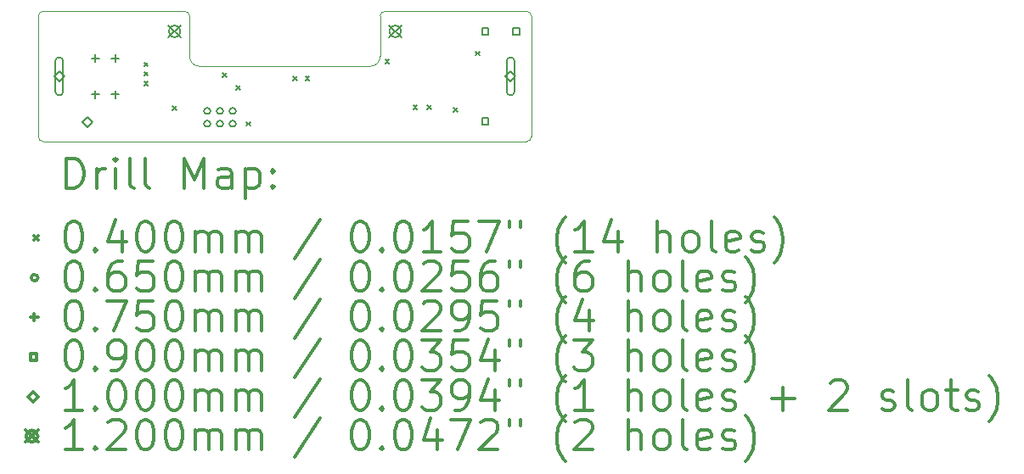
<source format=gbr>
%FSLAX45Y45*%
G04 Gerber Fmt 4.5, Leading zero omitted, Abs format (unit mm)*
G04 Created by KiCad (PCBNEW (5.1.10-1-10_14)) date 2021-11-16 21:19:21*
%MOMM*%
%LPD*%
G01*
G04 APERTURE LIST*
%TA.AperFunction,Profile*%
%ADD10C,0.050000*%
%TD*%
%ADD11C,0.200000*%
%ADD12C,0.300000*%
G04 APERTURE END LIST*
D10*
X1990000Y-2000000D02*
G75*
G02*
X2040000Y-1950000I50000J0D01*
G01*
X2040000Y-3250000D02*
G75*
G02*
X1990000Y-3200000I0J50000D01*
G01*
X6910000Y-3200000D02*
G75*
G02*
X6860000Y-3250000I-50000J0D01*
G01*
X6860000Y-1950000D02*
G75*
G02*
X6910000Y-2000000I0J-50000D01*
G01*
X5400000Y-2000000D02*
G75*
G02*
X5450000Y-1950000I50000J0D01*
G01*
X3450000Y-1950000D02*
G75*
G02*
X3500000Y-2000000I0J-50000D01*
G01*
X5400000Y-2400000D02*
G75*
G02*
X5300000Y-2500000I-100000J0D01*
G01*
X3600000Y-2500000D02*
G75*
G02*
X3500000Y-2400000I0J100000D01*
G01*
X5400000Y-2000000D02*
X5400000Y-2400000D01*
X5300000Y-2500000D02*
X3600000Y-2500000D01*
X3500000Y-2400000D02*
X3500000Y-2000000D01*
X6860000Y-1950000D02*
X5450000Y-1950000D01*
X3450000Y-1950000D02*
X2040000Y-1950000D01*
X6910000Y-3200000D02*
X6910000Y-2000000D01*
X2040000Y-3250000D02*
X6860000Y-3250000D01*
X1990000Y-2000000D02*
X1990000Y-3200000D01*
D11*
X3045000Y-2650000D02*
X3085000Y-2690000D01*
X3085000Y-2650000D02*
X3045000Y-2690000D01*
X3045003Y-2459996D02*
X3085003Y-2499996D01*
X3085003Y-2459996D02*
X3045003Y-2499996D01*
X3045003Y-2554999D02*
X3085003Y-2594999D01*
X3085003Y-2554999D02*
X3045003Y-2594999D01*
X3330000Y-2900001D02*
X3370000Y-2940001D01*
X3370000Y-2900001D02*
X3330000Y-2940001D01*
X3830000Y-2565000D02*
X3870000Y-2605000D01*
X3870000Y-2565000D02*
X3830000Y-2605000D01*
X3965000Y-2695000D02*
X4005000Y-2735000D01*
X4005000Y-2695000D02*
X3965000Y-2735000D01*
X4064001Y-3054468D02*
X4104001Y-3094468D01*
X4104001Y-3054468D02*
X4064001Y-3094468D01*
X4530173Y-2599827D02*
X4570173Y-2639827D01*
X4570173Y-2599827D02*
X4530173Y-2639827D01*
X4655000Y-2600001D02*
X4695000Y-2640001D01*
X4695000Y-2600001D02*
X4655000Y-2640001D01*
X5450000Y-2429999D02*
X5490000Y-2469999D01*
X5490000Y-2429999D02*
X5450000Y-2469999D01*
X5730000Y-2890000D02*
X5770000Y-2930000D01*
X5770000Y-2890000D02*
X5730000Y-2930000D01*
X5870000Y-2890000D02*
X5910000Y-2930000D01*
X5910000Y-2890000D02*
X5870000Y-2930000D01*
X6130000Y-2915000D02*
X6170000Y-2955000D01*
X6170000Y-2915000D02*
X6130000Y-2955000D01*
X6350000Y-2350000D02*
X6390000Y-2390000D01*
X6390000Y-2350000D02*
X6350000Y-2390000D01*
X3707500Y-2945000D02*
G75*
G03*
X3707500Y-2945000I-32500J0D01*
G01*
X3707500Y-3072000D02*
G75*
G03*
X3707500Y-3072000I-32500J0D01*
G01*
X3834500Y-2945000D02*
G75*
G03*
X3834500Y-2945000I-32500J0D01*
G01*
X3834500Y-3072000D02*
G75*
G03*
X3834500Y-3072000I-32500J0D01*
G01*
X3961500Y-2945000D02*
G75*
G03*
X3961500Y-2945000I-32500J0D01*
G01*
X3961500Y-3072000D02*
G75*
G03*
X3961500Y-3072000I-32500J0D01*
G01*
X2560000Y-2382500D02*
X2560000Y-2457500D01*
X2522500Y-2420000D02*
X2597500Y-2420000D01*
X2560000Y-2742500D02*
X2560000Y-2817500D01*
X2522500Y-2780000D02*
X2597500Y-2780000D01*
X2760000Y-2382500D02*
X2760000Y-2457500D01*
X2722500Y-2420000D02*
X2797500Y-2420000D01*
X2760000Y-2742500D02*
X2760000Y-2817500D01*
X2722500Y-2780000D02*
X2797500Y-2780000D01*
X6481820Y-2181820D02*
X6481820Y-2118180D01*
X6418180Y-2118180D01*
X6418180Y-2181820D01*
X6481820Y-2181820D01*
X6481820Y-3081820D02*
X6481820Y-3018180D01*
X6418180Y-3018180D01*
X6418180Y-3081820D01*
X6481820Y-3081820D01*
X6786820Y-2181820D02*
X6786820Y-2118180D01*
X6723180Y-2118180D01*
X6723180Y-2181820D01*
X6786820Y-2181820D01*
X2200000Y-2650000D02*
X2250000Y-2600000D01*
X2200000Y-2550000D01*
X2150000Y-2600000D01*
X2200000Y-2650000D01*
X2160000Y-2450000D02*
X2160000Y-2750000D01*
X2240000Y-2450000D02*
X2240000Y-2750000D01*
X2160000Y-2750000D02*
G75*
G03*
X2240000Y-2750000I40000J0D01*
G01*
X2240000Y-2450000D02*
G75*
G03*
X2160000Y-2450000I-40000J0D01*
G01*
X2480000Y-3110000D02*
X2530000Y-3060000D01*
X2480000Y-3010000D01*
X2430000Y-3060000D01*
X2480000Y-3110000D01*
X6700000Y-2650000D02*
X6750000Y-2600000D01*
X6700000Y-2550000D01*
X6650000Y-2600000D01*
X6700000Y-2650000D01*
X6660000Y-2450000D02*
X6660000Y-2750000D01*
X6740000Y-2450000D02*
X6740000Y-2750000D01*
X6660000Y-2750000D02*
G75*
G03*
X6740000Y-2750000I40000J0D01*
G01*
X6740000Y-2450000D02*
G75*
G03*
X6660000Y-2450000I-40000J0D01*
G01*
X3290000Y-2090000D02*
X3410000Y-2210000D01*
X3410000Y-2090000D02*
X3290000Y-2210000D01*
X3410000Y-2150000D02*
G75*
G03*
X3410000Y-2150000I-60000J0D01*
G01*
X5490000Y-2090000D02*
X5610000Y-2210000D01*
X5610000Y-2090000D02*
X5490000Y-2210000D01*
X5610000Y-2150000D02*
G75*
G03*
X5610000Y-2150000I-60000J0D01*
G01*
D12*
X2273928Y-3718214D02*
X2273928Y-3418214D01*
X2345357Y-3418214D01*
X2388214Y-3432500D01*
X2416786Y-3461071D01*
X2431071Y-3489643D01*
X2445357Y-3546786D01*
X2445357Y-3589643D01*
X2431071Y-3646786D01*
X2416786Y-3675357D01*
X2388214Y-3703929D01*
X2345357Y-3718214D01*
X2273928Y-3718214D01*
X2573928Y-3718214D02*
X2573928Y-3518214D01*
X2573928Y-3575357D02*
X2588214Y-3546786D01*
X2602500Y-3532500D01*
X2631071Y-3518214D01*
X2659643Y-3518214D01*
X2759643Y-3718214D02*
X2759643Y-3518214D01*
X2759643Y-3418214D02*
X2745357Y-3432500D01*
X2759643Y-3446786D01*
X2773928Y-3432500D01*
X2759643Y-3418214D01*
X2759643Y-3446786D01*
X2945357Y-3718214D02*
X2916786Y-3703929D01*
X2902500Y-3675357D01*
X2902500Y-3418214D01*
X3102500Y-3718214D02*
X3073928Y-3703929D01*
X3059643Y-3675357D01*
X3059643Y-3418214D01*
X3445357Y-3718214D02*
X3445357Y-3418214D01*
X3545357Y-3632500D01*
X3645357Y-3418214D01*
X3645357Y-3718214D01*
X3916786Y-3718214D02*
X3916786Y-3561071D01*
X3902500Y-3532500D01*
X3873928Y-3518214D01*
X3816786Y-3518214D01*
X3788214Y-3532500D01*
X3916786Y-3703929D02*
X3888214Y-3718214D01*
X3816786Y-3718214D01*
X3788214Y-3703929D01*
X3773928Y-3675357D01*
X3773928Y-3646786D01*
X3788214Y-3618214D01*
X3816786Y-3603929D01*
X3888214Y-3603929D01*
X3916786Y-3589643D01*
X4059643Y-3518214D02*
X4059643Y-3818214D01*
X4059643Y-3532500D02*
X4088214Y-3518214D01*
X4145357Y-3518214D01*
X4173928Y-3532500D01*
X4188214Y-3546786D01*
X4202500Y-3575357D01*
X4202500Y-3661071D01*
X4188214Y-3689643D01*
X4173928Y-3703929D01*
X4145357Y-3718214D01*
X4088214Y-3718214D01*
X4059643Y-3703929D01*
X4331071Y-3689643D02*
X4345357Y-3703929D01*
X4331071Y-3718214D01*
X4316786Y-3703929D01*
X4331071Y-3689643D01*
X4331071Y-3718214D01*
X4331071Y-3532500D02*
X4345357Y-3546786D01*
X4331071Y-3561071D01*
X4316786Y-3546786D01*
X4331071Y-3532500D01*
X4331071Y-3561071D01*
X1947500Y-4192500D02*
X1987500Y-4232500D01*
X1987500Y-4192500D02*
X1947500Y-4232500D01*
X2331071Y-4048214D02*
X2359643Y-4048214D01*
X2388214Y-4062500D01*
X2402500Y-4076786D01*
X2416786Y-4105357D01*
X2431071Y-4162500D01*
X2431071Y-4233929D01*
X2416786Y-4291072D01*
X2402500Y-4319643D01*
X2388214Y-4333929D01*
X2359643Y-4348214D01*
X2331071Y-4348214D01*
X2302500Y-4333929D01*
X2288214Y-4319643D01*
X2273928Y-4291072D01*
X2259643Y-4233929D01*
X2259643Y-4162500D01*
X2273928Y-4105357D01*
X2288214Y-4076786D01*
X2302500Y-4062500D01*
X2331071Y-4048214D01*
X2559643Y-4319643D02*
X2573928Y-4333929D01*
X2559643Y-4348214D01*
X2545357Y-4333929D01*
X2559643Y-4319643D01*
X2559643Y-4348214D01*
X2831071Y-4148214D02*
X2831071Y-4348214D01*
X2759643Y-4033929D02*
X2688214Y-4248214D01*
X2873928Y-4248214D01*
X3045357Y-4048214D02*
X3073928Y-4048214D01*
X3102500Y-4062500D01*
X3116786Y-4076786D01*
X3131071Y-4105357D01*
X3145357Y-4162500D01*
X3145357Y-4233929D01*
X3131071Y-4291072D01*
X3116786Y-4319643D01*
X3102500Y-4333929D01*
X3073928Y-4348214D01*
X3045357Y-4348214D01*
X3016786Y-4333929D01*
X3002500Y-4319643D01*
X2988214Y-4291072D01*
X2973928Y-4233929D01*
X2973928Y-4162500D01*
X2988214Y-4105357D01*
X3002500Y-4076786D01*
X3016786Y-4062500D01*
X3045357Y-4048214D01*
X3331071Y-4048214D02*
X3359643Y-4048214D01*
X3388214Y-4062500D01*
X3402500Y-4076786D01*
X3416786Y-4105357D01*
X3431071Y-4162500D01*
X3431071Y-4233929D01*
X3416786Y-4291072D01*
X3402500Y-4319643D01*
X3388214Y-4333929D01*
X3359643Y-4348214D01*
X3331071Y-4348214D01*
X3302500Y-4333929D01*
X3288214Y-4319643D01*
X3273928Y-4291072D01*
X3259643Y-4233929D01*
X3259643Y-4162500D01*
X3273928Y-4105357D01*
X3288214Y-4076786D01*
X3302500Y-4062500D01*
X3331071Y-4048214D01*
X3559643Y-4348214D02*
X3559643Y-4148214D01*
X3559643Y-4176786D02*
X3573928Y-4162500D01*
X3602500Y-4148214D01*
X3645357Y-4148214D01*
X3673928Y-4162500D01*
X3688214Y-4191071D01*
X3688214Y-4348214D01*
X3688214Y-4191071D02*
X3702500Y-4162500D01*
X3731071Y-4148214D01*
X3773928Y-4148214D01*
X3802500Y-4162500D01*
X3816786Y-4191071D01*
X3816786Y-4348214D01*
X3959643Y-4348214D02*
X3959643Y-4148214D01*
X3959643Y-4176786D02*
X3973928Y-4162500D01*
X4002500Y-4148214D01*
X4045357Y-4148214D01*
X4073928Y-4162500D01*
X4088214Y-4191071D01*
X4088214Y-4348214D01*
X4088214Y-4191071D02*
X4102500Y-4162500D01*
X4131071Y-4148214D01*
X4173928Y-4148214D01*
X4202500Y-4162500D01*
X4216786Y-4191071D01*
X4216786Y-4348214D01*
X4802500Y-4033929D02*
X4545357Y-4419643D01*
X5188214Y-4048214D02*
X5216786Y-4048214D01*
X5245357Y-4062500D01*
X5259643Y-4076786D01*
X5273928Y-4105357D01*
X5288214Y-4162500D01*
X5288214Y-4233929D01*
X5273928Y-4291072D01*
X5259643Y-4319643D01*
X5245357Y-4333929D01*
X5216786Y-4348214D01*
X5188214Y-4348214D01*
X5159643Y-4333929D01*
X5145357Y-4319643D01*
X5131071Y-4291072D01*
X5116786Y-4233929D01*
X5116786Y-4162500D01*
X5131071Y-4105357D01*
X5145357Y-4076786D01*
X5159643Y-4062500D01*
X5188214Y-4048214D01*
X5416786Y-4319643D02*
X5431071Y-4333929D01*
X5416786Y-4348214D01*
X5402500Y-4333929D01*
X5416786Y-4319643D01*
X5416786Y-4348214D01*
X5616786Y-4048214D02*
X5645357Y-4048214D01*
X5673928Y-4062500D01*
X5688214Y-4076786D01*
X5702500Y-4105357D01*
X5716786Y-4162500D01*
X5716786Y-4233929D01*
X5702500Y-4291072D01*
X5688214Y-4319643D01*
X5673928Y-4333929D01*
X5645357Y-4348214D01*
X5616786Y-4348214D01*
X5588214Y-4333929D01*
X5573928Y-4319643D01*
X5559643Y-4291072D01*
X5545357Y-4233929D01*
X5545357Y-4162500D01*
X5559643Y-4105357D01*
X5573928Y-4076786D01*
X5588214Y-4062500D01*
X5616786Y-4048214D01*
X6002500Y-4348214D02*
X5831071Y-4348214D01*
X5916786Y-4348214D02*
X5916786Y-4048214D01*
X5888214Y-4091071D01*
X5859643Y-4119643D01*
X5831071Y-4133929D01*
X6273928Y-4048214D02*
X6131071Y-4048214D01*
X6116786Y-4191071D01*
X6131071Y-4176786D01*
X6159643Y-4162500D01*
X6231071Y-4162500D01*
X6259643Y-4176786D01*
X6273928Y-4191071D01*
X6288214Y-4219643D01*
X6288214Y-4291072D01*
X6273928Y-4319643D01*
X6259643Y-4333929D01*
X6231071Y-4348214D01*
X6159643Y-4348214D01*
X6131071Y-4333929D01*
X6116786Y-4319643D01*
X6388214Y-4048214D02*
X6588214Y-4048214D01*
X6459643Y-4348214D01*
X6688214Y-4048214D02*
X6688214Y-4105357D01*
X6802500Y-4048214D02*
X6802500Y-4105357D01*
X7245357Y-4462500D02*
X7231071Y-4448214D01*
X7202500Y-4405357D01*
X7188214Y-4376786D01*
X7173928Y-4333929D01*
X7159643Y-4262500D01*
X7159643Y-4205357D01*
X7173928Y-4133929D01*
X7188214Y-4091071D01*
X7202500Y-4062500D01*
X7231071Y-4019643D01*
X7245357Y-4005357D01*
X7516786Y-4348214D02*
X7345357Y-4348214D01*
X7431071Y-4348214D02*
X7431071Y-4048214D01*
X7402500Y-4091071D01*
X7373928Y-4119643D01*
X7345357Y-4133929D01*
X7773928Y-4148214D02*
X7773928Y-4348214D01*
X7702500Y-4033929D02*
X7631071Y-4248214D01*
X7816786Y-4248214D01*
X8159643Y-4348214D02*
X8159643Y-4048214D01*
X8288214Y-4348214D02*
X8288214Y-4191071D01*
X8273928Y-4162500D01*
X8245357Y-4148214D01*
X8202500Y-4148214D01*
X8173928Y-4162500D01*
X8159643Y-4176786D01*
X8473928Y-4348214D02*
X8445357Y-4333929D01*
X8431071Y-4319643D01*
X8416786Y-4291072D01*
X8416786Y-4205357D01*
X8431071Y-4176786D01*
X8445357Y-4162500D01*
X8473928Y-4148214D01*
X8516786Y-4148214D01*
X8545357Y-4162500D01*
X8559643Y-4176786D01*
X8573928Y-4205357D01*
X8573928Y-4291072D01*
X8559643Y-4319643D01*
X8545357Y-4333929D01*
X8516786Y-4348214D01*
X8473928Y-4348214D01*
X8745357Y-4348214D02*
X8716786Y-4333929D01*
X8702500Y-4305357D01*
X8702500Y-4048214D01*
X8973928Y-4333929D02*
X8945357Y-4348214D01*
X8888214Y-4348214D01*
X8859643Y-4333929D01*
X8845357Y-4305357D01*
X8845357Y-4191071D01*
X8859643Y-4162500D01*
X8888214Y-4148214D01*
X8945357Y-4148214D01*
X8973928Y-4162500D01*
X8988214Y-4191071D01*
X8988214Y-4219643D01*
X8845357Y-4248214D01*
X9102500Y-4333929D02*
X9131071Y-4348214D01*
X9188214Y-4348214D01*
X9216786Y-4333929D01*
X9231071Y-4305357D01*
X9231071Y-4291072D01*
X9216786Y-4262500D01*
X9188214Y-4248214D01*
X9145357Y-4248214D01*
X9116786Y-4233929D01*
X9102500Y-4205357D01*
X9102500Y-4191071D01*
X9116786Y-4162500D01*
X9145357Y-4148214D01*
X9188214Y-4148214D01*
X9216786Y-4162500D01*
X9331071Y-4462500D02*
X9345357Y-4448214D01*
X9373928Y-4405357D01*
X9388214Y-4376786D01*
X9402500Y-4333929D01*
X9416786Y-4262500D01*
X9416786Y-4205357D01*
X9402500Y-4133929D01*
X9388214Y-4091071D01*
X9373928Y-4062500D01*
X9345357Y-4019643D01*
X9331071Y-4005357D01*
X1987500Y-4608500D02*
G75*
G03*
X1987500Y-4608500I-32500J0D01*
G01*
X2331071Y-4444214D02*
X2359643Y-4444214D01*
X2388214Y-4458500D01*
X2402500Y-4472786D01*
X2416786Y-4501357D01*
X2431071Y-4558500D01*
X2431071Y-4629929D01*
X2416786Y-4687072D01*
X2402500Y-4715643D01*
X2388214Y-4729929D01*
X2359643Y-4744214D01*
X2331071Y-4744214D01*
X2302500Y-4729929D01*
X2288214Y-4715643D01*
X2273928Y-4687072D01*
X2259643Y-4629929D01*
X2259643Y-4558500D01*
X2273928Y-4501357D01*
X2288214Y-4472786D01*
X2302500Y-4458500D01*
X2331071Y-4444214D01*
X2559643Y-4715643D02*
X2573928Y-4729929D01*
X2559643Y-4744214D01*
X2545357Y-4729929D01*
X2559643Y-4715643D01*
X2559643Y-4744214D01*
X2831071Y-4444214D02*
X2773928Y-4444214D01*
X2745357Y-4458500D01*
X2731071Y-4472786D01*
X2702500Y-4515643D01*
X2688214Y-4572786D01*
X2688214Y-4687072D01*
X2702500Y-4715643D01*
X2716786Y-4729929D01*
X2745357Y-4744214D01*
X2802500Y-4744214D01*
X2831071Y-4729929D01*
X2845357Y-4715643D01*
X2859643Y-4687072D01*
X2859643Y-4615643D01*
X2845357Y-4587072D01*
X2831071Y-4572786D01*
X2802500Y-4558500D01*
X2745357Y-4558500D01*
X2716786Y-4572786D01*
X2702500Y-4587072D01*
X2688214Y-4615643D01*
X3131071Y-4444214D02*
X2988214Y-4444214D01*
X2973928Y-4587072D01*
X2988214Y-4572786D01*
X3016786Y-4558500D01*
X3088214Y-4558500D01*
X3116786Y-4572786D01*
X3131071Y-4587072D01*
X3145357Y-4615643D01*
X3145357Y-4687072D01*
X3131071Y-4715643D01*
X3116786Y-4729929D01*
X3088214Y-4744214D01*
X3016786Y-4744214D01*
X2988214Y-4729929D01*
X2973928Y-4715643D01*
X3331071Y-4444214D02*
X3359643Y-4444214D01*
X3388214Y-4458500D01*
X3402500Y-4472786D01*
X3416786Y-4501357D01*
X3431071Y-4558500D01*
X3431071Y-4629929D01*
X3416786Y-4687072D01*
X3402500Y-4715643D01*
X3388214Y-4729929D01*
X3359643Y-4744214D01*
X3331071Y-4744214D01*
X3302500Y-4729929D01*
X3288214Y-4715643D01*
X3273928Y-4687072D01*
X3259643Y-4629929D01*
X3259643Y-4558500D01*
X3273928Y-4501357D01*
X3288214Y-4472786D01*
X3302500Y-4458500D01*
X3331071Y-4444214D01*
X3559643Y-4744214D02*
X3559643Y-4544214D01*
X3559643Y-4572786D02*
X3573928Y-4558500D01*
X3602500Y-4544214D01*
X3645357Y-4544214D01*
X3673928Y-4558500D01*
X3688214Y-4587072D01*
X3688214Y-4744214D01*
X3688214Y-4587072D02*
X3702500Y-4558500D01*
X3731071Y-4544214D01*
X3773928Y-4544214D01*
X3802500Y-4558500D01*
X3816786Y-4587072D01*
X3816786Y-4744214D01*
X3959643Y-4744214D02*
X3959643Y-4544214D01*
X3959643Y-4572786D02*
X3973928Y-4558500D01*
X4002500Y-4544214D01*
X4045357Y-4544214D01*
X4073928Y-4558500D01*
X4088214Y-4587072D01*
X4088214Y-4744214D01*
X4088214Y-4587072D02*
X4102500Y-4558500D01*
X4131071Y-4544214D01*
X4173928Y-4544214D01*
X4202500Y-4558500D01*
X4216786Y-4587072D01*
X4216786Y-4744214D01*
X4802500Y-4429929D02*
X4545357Y-4815643D01*
X5188214Y-4444214D02*
X5216786Y-4444214D01*
X5245357Y-4458500D01*
X5259643Y-4472786D01*
X5273928Y-4501357D01*
X5288214Y-4558500D01*
X5288214Y-4629929D01*
X5273928Y-4687072D01*
X5259643Y-4715643D01*
X5245357Y-4729929D01*
X5216786Y-4744214D01*
X5188214Y-4744214D01*
X5159643Y-4729929D01*
X5145357Y-4715643D01*
X5131071Y-4687072D01*
X5116786Y-4629929D01*
X5116786Y-4558500D01*
X5131071Y-4501357D01*
X5145357Y-4472786D01*
X5159643Y-4458500D01*
X5188214Y-4444214D01*
X5416786Y-4715643D02*
X5431071Y-4729929D01*
X5416786Y-4744214D01*
X5402500Y-4729929D01*
X5416786Y-4715643D01*
X5416786Y-4744214D01*
X5616786Y-4444214D02*
X5645357Y-4444214D01*
X5673928Y-4458500D01*
X5688214Y-4472786D01*
X5702500Y-4501357D01*
X5716786Y-4558500D01*
X5716786Y-4629929D01*
X5702500Y-4687072D01*
X5688214Y-4715643D01*
X5673928Y-4729929D01*
X5645357Y-4744214D01*
X5616786Y-4744214D01*
X5588214Y-4729929D01*
X5573928Y-4715643D01*
X5559643Y-4687072D01*
X5545357Y-4629929D01*
X5545357Y-4558500D01*
X5559643Y-4501357D01*
X5573928Y-4472786D01*
X5588214Y-4458500D01*
X5616786Y-4444214D01*
X5831071Y-4472786D02*
X5845357Y-4458500D01*
X5873928Y-4444214D01*
X5945357Y-4444214D01*
X5973928Y-4458500D01*
X5988214Y-4472786D01*
X6002500Y-4501357D01*
X6002500Y-4529929D01*
X5988214Y-4572786D01*
X5816786Y-4744214D01*
X6002500Y-4744214D01*
X6273928Y-4444214D02*
X6131071Y-4444214D01*
X6116786Y-4587072D01*
X6131071Y-4572786D01*
X6159643Y-4558500D01*
X6231071Y-4558500D01*
X6259643Y-4572786D01*
X6273928Y-4587072D01*
X6288214Y-4615643D01*
X6288214Y-4687072D01*
X6273928Y-4715643D01*
X6259643Y-4729929D01*
X6231071Y-4744214D01*
X6159643Y-4744214D01*
X6131071Y-4729929D01*
X6116786Y-4715643D01*
X6545357Y-4444214D02*
X6488214Y-4444214D01*
X6459643Y-4458500D01*
X6445357Y-4472786D01*
X6416786Y-4515643D01*
X6402500Y-4572786D01*
X6402500Y-4687072D01*
X6416786Y-4715643D01*
X6431071Y-4729929D01*
X6459643Y-4744214D01*
X6516786Y-4744214D01*
X6545357Y-4729929D01*
X6559643Y-4715643D01*
X6573928Y-4687072D01*
X6573928Y-4615643D01*
X6559643Y-4587072D01*
X6545357Y-4572786D01*
X6516786Y-4558500D01*
X6459643Y-4558500D01*
X6431071Y-4572786D01*
X6416786Y-4587072D01*
X6402500Y-4615643D01*
X6688214Y-4444214D02*
X6688214Y-4501357D01*
X6802500Y-4444214D02*
X6802500Y-4501357D01*
X7245357Y-4858500D02*
X7231071Y-4844214D01*
X7202500Y-4801357D01*
X7188214Y-4772786D01*
X7173928Y-4729929D01*
X7159643Y-4658500D01*
X7159643Y-4601357D01*
X7173928Y-4529929D01*
X7188214Y-4487072D01*
X7202500Y-4458500D01*
X7231071Y-4415643D01*
X7245357Y-4401357D01*
X7488214Y-4444214D02*
X7431071Y-4444214D01*
X7402500Y-4458500D01*
X7388214Y-4472786D01*
X7359643Y-4515643D01*
X7345357Y-4572786D01*
X7345357Y-4687072D01*
X7359643Y-4715643D01*
X7373928Y-4729929D01*
X7402500Y-4744214D01*
X7459643Y-4744214D01*
X7488214Y-4729929D01*
X7502500Y-4715643D01*
X7516786Y-4687072D01*
X7516786Y-4615643D01*
X7502500Y-4587072D01*
X7488214Y-4572786D01*
X7459643Y-4558500D01*
X7402500Y-4558500D01*
X7373928Y-4572786D01*
X7359643Y-4587072D01*
X7345357Y-4615643D01*
X7873928Y-4744214D02*
X7873928Y-4444214D01*
X8002500Y-4744214D02*
X8002500Y-4587072D01*
X7988214Y-4558500D01*
X7959643Y-4544214D01*
X7916786Y-4544214D01*
X7888214Y-4558500D01*
X7873928Y-4572786D01*
X8188214Y-4744214D02*
X8159643Y-4729929D01*
X8145357Y-4715643D01*
X8131071Y-4687072D01*
X8131071Y-4601357D01*
X8145357Y-4572786D01*
X8159643Y-4558500D01*
X8188214Y-4544214D01*
X8231071Y-4544214D01*
X8259643Y-4558500D01*
X8273928Y-4572786D01*
X8288214Y-4601357D01*
X8288214Y-4687072D01*
X8273928Y-4715643D01*
X8259643Y-4729929D01*
X8231071Y-4744214D01*
X8188214Y-4744214D01*
X8459643Y-4744214D02*
X8431071Y-4729929D01*
X8416786Y-4701357D01*
X8416786Y-4444214D01*
X8688214Y-4729929D02*
X8659643Y-4744214D01*
X8602500Y-4744214D01*
X8573928Y-4729929D01*
X8559643Y-4701357D01*
X8559643Y-4587072D01*
X8573928Y-4558500D01*
X8602500Y-4544214D01*
X8659643Y-4544214D01*
X8688214Y-4558500D01*
X8702500Y-4587072D01*
X8702500Y-4615643D01*
X8559643Y-4644214D01*
X8816786Y-4729929D02*
X8845357Y-4744214D01*
X8902500Y-4744214D01*
X8931071Y-4729929D01*
X8945357Y-4701357D01*
X8945357Y-4687072D01*
X8931071Y-4658500D01*
X8902500Y-4644214D01*
X8859643Y-4644214D01*
X8831071Y-4629929D01*
X8816786Y-4601357D01*
X8816786Y-4587072D01*
X8831071Y-4558500D01*
X8859643Y-4544214D01*
X8902500Y-4544214D01*
X8931071Y-4558500D01*
X9045357Y-4858500D02*
X9059643Y-4844214D01*
X9088214Y-4801357D01*
X9102500Y-4772786D01*
X9116786Y-4729929D01*
X9131071Y-4658500D01*
X9131071Y-4601357D01*
X9116786Y-4529929D01*
X9102500Y-4487072D01*
X9088214Y-4458500D01*
X9059643Y-4415643D01*
X9045357Y-4401357D01*
X1950000Y-4967000D02*
X1950000Y-5042000D01*
X1912500Y-5004500D02*
X1987500Y-5004500D01*
X2331071Y-4840214D02*
X2359643Y-4840214D01*
X2388214Y-4854500D01*
X2402500Y-4868786D01*
X2416786Y-4897357D01*
X2431071Y-4954500D01*
X2431071Y-5025929D01*
X2416786Y-5083072D01*
X2402500Y-5111643D01*
X2388214Y-5125929D01*
X2359643Y-5140214D01*
X2331071Y-5140214D01*
X2302500Y-5125929D01*
X2288214Y-5111643D01*
X2273928Y-5083072D01*
X2259643Y-5025929D01*
X2259643Y-4954500D01*
X2273928Y-4897357D01*
X2288214Y-4868786D01*
X2302500Y-4854500D01*
X2331071Y-4840214D01*
X2559643Y-5111643D02*
X2573928Y-5125929D01*
X2559643Y-5140214D01*
X2545357Y-5125929D01*
X2559643Y-5111643D01*
X2559643Y-5140214D01*
X2673928Y-4840214D02*
X2873928Y-4840214D01*
X2745357Y-5140214D01*
X3131071Y-4840214D02*
X2988214Y-4840214D01*
X2973928Y-4983072D01*
X2988214Y-4968786D01*
X3016786Y-4954500D01*
X3088214Y-4954500D01*
X3116786Y-4968786D01*
X3131071Y-4983072D01*
X3145357Y-5011643D01*
X3145357Y-5083072D01*
X3131071Y-5111643D01*
X3116786Y-5125929D01*
X3088214Y-5140214D01*
X3016786Y-5140214D01*
X2988214Y-5125929D01*
X2973928Y-5111643D01*
X3331071Y-4840214D02*
X3359643Y-4840214D01*
X3388214Y-4854500D01*
X3402500Y-4868786D01*
X3416786Y-4897357D01*
X3431071Y-4954500D01*
X3431071Y-5025929D01*
X3416786Y-5083072D01*
X3402500Y-5111643D01*
X3388214Y-5125929D01*
X3359643Y-5140214D01*
X3331071Y-5140214D01*
X3302500Y-5125929D01*
X3288214Y-5111643D01*
X3273928Y-5083072D01*
X3259643Y-5025929D01*
X3259643Y-4954500D01*
X3273928Y-4897357D01*
X3288214Y-4868786D01*
X3302500Y-4854500D01*
X3331071Y-4840214D01*
X3559643Y-5140214D02*
X3559643Y-4940214D01*
X3559643Y-4968786D02*
X3573928Y-4954500D01*
X3602500Y-4940214D01*
X3645357Y-4940214D01*
X3673928Y-4954500D01*
X3688214Y-4983072D01*
X3688214Y-5140214D01*
X3688214Y-4983072D02*
X3702500Y-4954500D01*
X3731071Y-4940214D01*
X3773928Y-4940214D01*
X3802500Y-4954500D01*
X3816786Y-4983072D01*
X3816786Y-5140214D01*
X3959643Y-5140214D02*
X3959643Y-4940214D01*
X3959643Y-4968786D02*
X3973928Y-4954500D01*
X4002500Y-4940214D01*
X4045357Y-4940214D01*
X4073928Y-4954500D01*
X4088214Y-4983072D01*
X4088214Y-5140214D01*
X4088214Y-4983072D02*
X4102500Y-4954500D01*
X4131071Y-4940214D01*
X4173928Y-4940214D01*
X4202500Y-4954500D01*
X4216786Y-4983072D01*
X4216786Y-5140214D01*
X4802500Y-4825929D02*
X4545357Y-5211643D01*
X5188214Y-4840214D02*
X5216786Y-4840214D01*
X5245357Y-4854500D01*
X5259643Y-4868786D01*
X5273928Y-4897357D01*
X5288214Y-4954500D01*
X5288214Y-5025929D01*
X5273928Y-5083072D01*
X5259643Y-5111643D01*
X5245357Y-5125929D01*
X5216786Y-5140214D01*
X5188214Y-5140214D01*
X5159643Y-5125929D01*
X5145357Y-5111643D01*
X5131071Y-5083072D01*
X5116786Y-5025929D01*
X5116786Y-4954500D01*
X5131071Y-4897357D01*
X5145357Y-4868786D01*
X5159643Y-4854500D01*
X5188214Y-4840214D01*
X5416786Y-5111643D02*
X5431071Y-5125929D01*
X5416786Y-5140214D01*
X5402500Y-5125929D01*
X5416786Y-5111643D01*
X5416786Y-5140214D01*
X5616786Y-4840214D02*
X5645357Y-4840214D01*
X5673928Y-4854500D01*
X5688214Y-4868786D01*
X5702500Y-4897357D01*
X5716786Y-4954500D01*
X5716786Y-5025929D01*
X5702500Y-5083072D01*
X5688214Y-5111643D01*
X5673928Y-5125929D01*
X5645357Y-5140214D01*
X5616786Y-5140214D01*
X5588214Y-5125929D01*
X5573928Y-5111643D01*
X5559643Y-5083072D01*
X5545357Y-5025929D01*
X5545357Y-4954500D01*
X5559643Y-4897357D01*
X5573928Y-4868786D01*
X5588214Y-4854500D01*
X5616786Y-4840214D01*
X5831071Y-4868786D02*
X5845357Y-4854500D01*
X5873928Y-4840214D01*
X5945357Y-4840214D01*
X5973928Y-4854500D01*
X5988214Y-4868786D01*
X6002500Y-4897357D01*
X6002500Y-4925929D01*
X5988214Y-4968786D01*
X5816786Y-5140214D01*
X6002500Y-5140214D01*
X6145357Y-5140214D02*
X6202500Y-5140214D01*
X6231071Y-5125929D01*
X6245357Y-5111643D01*
X6273928Y-5068786D01*
X6288214Y-5011643D01*
X6288214Y-4897357D01*
X6273928Y-4868786D01*
X6259643Y-4854500D01*
X6231071Y-4840214D01*
X6173928Y-4840214D01*
X6145357Y-4854500D01*
X6131071Y-4868786D01*
X6116786Y-4897357D01*
X6116786Y-4968786D01*
X6131071Y-4997357D01*
X6145357Y-5011643D01*
X6173928Y-5025929D01*
X6231071Y-5025929D01*
X6259643Y-5011643D01*
X6273928Y-4997357D01*
X6288214Y-4968786D01*
X6559643Y-4840214D02*
X6416786Y-4840214D01*
X6402500Y-4983072D01*
X6416786Y-4968786D01*
X6445357Y-4954500D01*
X6516786Y-4954500D01*
X6545357Y-4968786D01*
X6559643Y-4983072D01*
X6573928Y-5011643D01*
X6573928Y-5083072D01*
X6559643Y-5111643D01*
X6545357Y-5125929D01*
X6516786Y-5140214D01*
X6445357Y-5140214D01*
X6416786Y-5125929D01*
X6402500Y-5111643D01*
X6688214Y-4840214D02*
X6688214Y-4897357D01*
X6802500Y-4840214D02*
X6802500Y-4897357D01*
X7245357Y-5254500D02*
X7231071Y-5240214D01*
X7202500Y-5197357D01*
X7188214Y-5168786D01*
X7173928Y-5125929D01*
X7159643Y-5054500D01*
X7159643Y-4997357D01*
X7173928Y-4925929D01*
X7188214Y-4883072D01*
X7202500Y-4854500D01*
X7231071Y-4811643D01*
X7245357Y-4797357D01*
X7488214Y-4940214D02*
X7488214Y-5140214D01*
X7416786Y-4825929D02*
X7345357Y-5040214D01*
X7531071Y-5040214D01*
X7873928Y-5140214D02*
X7873928Y-4840214D01*
X8002500Y-5140214D02*
X8002500Y-4983072D01*
X7988214Y-4954500D01*
X7959643Y-4940214D01*
X7916786Y-4940214D01*
X7888214Y-4954500D01*
X7873928Y-4968786D01*
X8188214Y-5140214D02*
X8159643Y-5125929D01*
X8145357Y-5111643D01*
X8131071Y-5083072D01*
X8131071Y-4997357D01*
X8145357Y-4968786D01*
X8159643Y-4954500D01*
X8188214Y-4940214D01*
X8231071Y-4940214D01*
X8259643Y-4954500D01*
X8273928Y-4968786D01*
X8288214Y-4997357D01*
X8288214Y-5083072D01*
X8273928Y-5111643D01*
X8259643Y-5125929D01*
X8231071Y-5140214D01*
X8188214Y-5140214D01*
X8459643Y-5140214D02*
X8431071Y-5125929D01*
X8416786Y-5097357D01*
X8416786Y-4840214D01*
X8688214Y-5125929D02*
X8659643Y-5140214D01*
X8602500Y-5140214D01*
X8573928Y-5125929D01*
X8559643Y-5097357D01*
X8559643Y-4983072D01*
X8573928Y-4954500D01*
X8602500Y-4940214D01*
X8659643Y-4940214D01*
X8688214Y-4954500D01*
X8702500Y-4983072D01*
X8702500Y-5011643D01*
X8559643Y-5040214D01*
X8816786Y-5125929D02*
X8845357Y-5140214D01*
X8902500Y-5140214D01*
X8931071Y-5125929D01*
X8945357Y-5097357D01*
X8945357Y-5083072D01*
X8931071Y-5054500D01*
X8902500Y-5040214D01*
X8859643Y-5040214D01*
X8831071Y-5025929D01*
X8816786Y-4997357D01*
X8816786Y-4983072D01*
X8831071Y-4954500D01*
X8859643Y-4940214D01*
X8902500Y-4940214D01*
X8931071Y-4954500D01*
X9045357Y-5254500D02*
X9059643Y-5240214D01*
X9088214Y-5197357D01*
X9102500Y-5168786D01*
X9116786Y-5125929D01*
X9131071Y-5054500D01*
X9131071Y-4997357D01*
X9116786Y-4925929D01*
X9102500Y-4883072D01*
X9088214Y-4854500D01*
X9059643Y-4811643D01*
X9045357Y-4797357D01*
X1974320Y-5432320D02*
X1974320Y-5368680D01*
X1910680Y-5368680D01*
X1910680Y-5432320D01*
X1974320Y-5432320D01*
X2331071Y-5236214D02*
X2359643Y-5236214D01*
X2388214Y-5250500D01*
X2402500Y-5264786D01*
X2416786Y-5293357D01*
X2431071Y-5350500D01*
X2431071Y-5421929D01*
X2416786Y-5479072D01*
X2402500Y-5507643D01*
X2388214Y-5521929D01*
X2359643Y-5536214D01*
X2331071Y-5536214D01*
X2302500Y-5521929D01*
X2288214Y-5507643D01*
X2273928Y-5479072D01*
X2259643Y-5421929D01*
X2259643Y-5350500D01*
X2273928Y-5293357D01*
X2288214Y-5264786D01*
X2302500Y-5250500D01*
X2331071Y-5236214D01*
X2559643Y-5507643D02*
X2573928Y-5521929D01*
X2559643Y-5536214D01*
X2545357Y-5521929D01*
X2559643Y-5507643D01*
X2559643Y-5536214D01*
X2716786Y-5536214D02*
X2773928Y-5536214D01*
X2802500Y-5521929D01*
X2816786Y-5507643D01*
X2845357Y-5464786D01*
X2859643Y-5407643D01*
X2859643Y-5293357D01*
X2845357Y-5264786D01*
X2831071Y-5250500D01*
X2802500Y-5236214D01*
X2745357Y-5236214D01*
X2716786Y-5250500D01*
X2702500Y-5264786D01*
X2688214Y-5293357D01*
X2688214Y-5364786D01*
X2702500Y-5393357D01*
X2716786Y-5407643D01*
X2745357Y-5421929D01*
X2802500Y-5421929D01*
X2831071Y-5407643D01*
X2845357Y-5393357D01*
X2859643Y-5364786D01*
X3045357Y-5236214D02*
X3073928Y-5236214D01*
X3102500Y-5250500D01*
X3116786Y-5264786D01*
X3131071Y-5293357D01*
X3145357Y-5350500D01*
X3145357Y-5421929D01*
X3131071Y-5479072D01*
X3116786Y-5507643D01*
X3102500Y-5521929D01*
X3073928Y-5536214D01*
X3045357Y-5536214D01*
X3016786Y-5521929D01*
X3002500Y-5507643D01*
X2988214Y-5479072D01*
X2973928Y-5421929D01*
X2973928Y-5350500D01*
X2988214Y-5293357D01*
X3002500Y-5264786D01*
X3016786Y-5250500D01*
X3045357Y-5236214D01*
X3331071Y-5236214D02*
X3359643Y-5236214D01*
X3388214Y-5250500D01*
X3402500Y-5264786D01*
X3416786Y-5293357D01*
X3431071Y-5350500D01*
X3431071Y-5421929D01*
X3416786Y-5479072D01*
X3402500Y-5507643D01*
X3388214Y-5521929D01*
X3359643Y-5536214D01*
X3331071Y-5536214D01*
X3302500Y-5521929D01*
X3288214Y-5507643D01*
X3273928Y-5479072D01*
X3259643Y-5421929D01*
X3259643Y-5350500D01*
X3273928Y-5293357D01*
X3288214Y-5264786D01*
X3302500Y-5250500D01*
X3331071Y-5236214D01*
X3559643Y-5536214D02*
X3559643Y-5336214D01*
X3559643Y-5364786D02*
X3573928Y-5350500D01*
X3602500Y-5336214D01*
X3645357Y-5336214D01*
X3673928Y-5350500D01*
X3688214Y-5379072D01*
X3688214Y-5536214D01*
X3688214Y-5379072D02*
X3702500Y-5350500D01*
X3731071Y-5336214D01*
X3773928Y-5336214D01*
X3802500Y-5350500D01*
X3816786Y-5379072D01*
X3816786Y-5536214D01*
X3959643Y-5536214D02*
X3959643Y-5336214D01*
X3959643Y-5364786D02*
X3973928Y-5350500D01*
X4002500Y-5336214D01*
X4045357Y-5336214D01*
X4073928Y-5350500D01*
X4088214Y-5379072D01*
X4088214Y-5536214D01*
X4088214Y-5379072D02*
X4102500Y-5350500D01*
X4131071Y-5336214D01*
X4173928Y-5336214D01*
X4202500Y-5350500D01*
X4216786Y-5379072D01*
X4216786Y-5536214D01*
X4802500Y-5221929D02*
X4545357Y-5607643D01*
X5188214Y-5236214D02*
X5216786Y-5236214D01*
X5245357Y-5250500D01*
X5259643Y-5264786D01*
X5273928Y-5293357D01*
X5288214Y-5350500D01*
X5288214Y-5421929D01*
X5273928Y-5479072D01*
X5259643Y-5507643D01*
X5245357Y-5521929D01*
X5216786Y-5536214D01*
X5188214Y-5536214D01*
X5159643Y-5521929D01*
X5145357Y-5507643D01*
X5131071Y-5479072D01*
X5116786Y-5421929D01*
X5116786Y-5350500D01*
X5131071Y-5293357D01*
X5145357Y-5264786D01*
X5159643Y-5250500D01*
X5188214Y-5236214D01*
X5416786Y-5507643D02*
X5431071Y-5521929D01*
X5416786Y-5536214D01*
X5402500Y-5521929D01*
X5416786Y-5507643D01*
X5416786Y-5536214D01*
X5616786Y-5236214D02*
X5645357Y-5236214D01*
X5673928Y-5250500D01*
X5688214Y-5264786D01*
X5702500Y-5293357D01*
X5716786Y-5350500D01*
X5716786Y-5421929D01*
X5702500Y-5479072D01*
X5688214Y-5507643D01*
X5673928Y-5521929D01*
X5645357Y-5536214D01*
X5616786Y-5536214D01*
X5588214Y-5521929D01*
X5573928Y-5507643D01*
X5559643Y-5479072D01*
X5545357Y-5421929D01*
X5545357Y-5350500D01*
X5559643Y-5293357D01*
X5573928Y-5264786D01*
X5588214Y-5250500D01*
X5616786Y-5236214D01*
X5816786Y-5236214D02*
X6002500Y-5236214D01*
X5902500Y-5350500D01*
X5945357Y-5350500D01*
X5973928Y-5364786D01*
X5988214Y-5379072D01*
X6002500Y-5407643D01*
X6002500Y-5479072D01*
X5988214Y-5507643D01*
X5973928Y-5521929D01*
X5945357Y-5536214D01*
X5859643Y-5536214D01*
X5831071Y-5521929D01*
X5816786Y-5507643D01*
X6273928Y-5236214D02*
X6131071Y-5236214D01*
X6116786Y-5379072D01*
X6131071Y-5364786D01*
X6159643Y-5350500D01*
X6231071Y-5350500D01*
X6259643Y-5364786D01*
X6273928Y-5379072D01*
X6288214Y-5407643D01*
X6288214Y-5479072D01*
X6273928Y-5507643D01*
X6259643Y-5521929D01*
X6231071Y-5536214D01*
X6159643Y-5536214D01*
X6131071Y-5521929D01*
X6116786Y-5507643D01*
X6545357Y-5336214D02*
X6545357Y-5536214D01*
X6473928Y-5221929D02*
X6402500Y-5436214D01*
X6588214Y-5436214D01*
X6688214Y-5236214D02*
X6688214Y-5293357D01*
X6802500Y-5236214D02*
X6802500Y-5293357D01*
X7245357Y-5650500D02*
X7231071Y-5636214D01*
X7202500Y-5593357D01*
X7188214Y-5564786D01*
X7173928Y-5521929D01*
X7159643Y-5450500D01*
X7159643Y-5393357D01*
X7173928Y-5321929D01*
X7188214Y-5279072D01*
X7202500Y-5250500D01*
X7231071Y-5207643D01*
X7245357Y-5193357D01*
X7331071Y-5236214D02*
X7516786Y-5236214D01*
X7416786Y-5350500D01*
X7459643Y-5350500D01*
X7488214Y-5364786D01*
X7502500Y-5379072D01*
X7516786Y-5407643D01*
X7516786Y-5479072D01*
X7502500Y-5507643D01*
X7488214Y-5521929D01*
X7459643Y-5536214D01*
X7373928Y-5536214D01*
X7345357Y-5521929D01*
X7331071Y-5507643D01*
X7873928Y-5536214D02*
X7873928Y-5236214D01*
X8002500Y-5536214D02*
X8002500Y-5379072D01*
X7988214Y-5350500D01*
X7959643Y-5336214D01*
X7916786Y-5336214D01*
X7888214Y-5350500D01*
X7873928Y-5364786D01*
X8188214Y-5536214D02*
X8159643Y-5521929D01*
X8145357Y-5507643D01*
X8131071Y-5479072D01*
X8131071Y-5393357D01*
X8145357Y-5364786D01*
X8159643Y-5350500D01*
X8188214Y-5336214D01*
X8231071Y-5336214D01*
X8259643Y-5350500D01*
X8273928Y-5364786D01*
X8288214Y-5393357D01*
X8288214Y-5479072D01*
X8273928Y-5507643D01*
X8259643Y-5521929D01*
X8231071Y-5536214D01*
X8188214Y-5536214D01*
X8459643Y-5536214D02*
X8431071Y-5521929D01*
X8416786Y-5493357D01*
X8416786Y-5236214D01*
X8688214Y-5521929D02*
X8659643Y-5536214D01*
X8602500Y-5536214D01*
X8573928Y-5521929D01*
X8559643Y-5493357D01*
X8559643Y-5379072D01*
X8573928Y-5350500D01*
X8602500Y-5336214D01*
X8659643Y-5336214D01*
X8688214Y-5350500D01*
X8702500Y-5379072D01*
X8702500Y-5407643D01*
X8559643Y-5436214D01*
X8816786Y-5521929D02*
X8845357Y-5536214D01*
X8902500Y-5536214D01*
X8931071Y-5521929D01*
X8945357Y-5493357D01*
X8945357Y-5479072D01*
X8931071Y-5450500D01*
X8902500Y-5436214D01*
X8859643Y-5436214D01*
X8831071Y-5421929D01*
X8816786Y-5393357D01*
X8816786Y-5379072D01*
X8831071Y-5350500D01*
X8859643Y-5336214D01*
X8902500Y-5336214D01*
X8931071Y-5350500D01*
X9045357Y-5650500D02*
X9059643Y-5636214D01*
X9088214Y-5593357D01*
X9102500Y-5564786D01*
X9116786Y-5521929D01*
X9131071Y-5450500D01*
X9131071Y-5393357D01*
X9116786Y-5321929D01*
X9102500Y-5279072D01*
X9088214Y-5250500D01*
X9059643Y-5207643D01*
X9045357Y-5193357D01*
X1937500Y-5846500D02*
X1987500Y-5796500D01*
X1937500Y-5746500D01*
X1887500Y-5796500D01*
X1937500Y-5846500D01*
X2431071Y-5932214D02*
X2259643Y-5932214D01*
X2345357Y-5932214D02*
X2345357Y-5632214D01*
X2316786Y-5675071D01*
X2288214Y-5703643D01*
X2259643Y-5717929D01*
X2559643Y-5903643D02*
X2573928Y-5917929D01*
X2559643Y-5932214D01*
X2545357Y-5917929D01*
X2559643Y-5903643D01*
X2559643Y-5932214D01*
X2759643Y-5632214D02*
X2788214Y-5632214D01*
X2816786Y-5646500D01*
X2831071Y-5660786D01*
X2845357Y-5689357D01*
X2859643Y-5746500D01*
X2859643Y-5817929D01*
X2845357Y-5875071D01*
X2831071Y-5903643D01*
X2816786Y-5917929D01*
X2788214Y-5932214D01*
X2759643Y-5932214D01*
X2731071Y-5917929D01*
X2716786Y-5903643D01*
X2702500Y-5875071D01*
X2688214Y-5817929D01*
X2688214Y-5746500D01*
X2702500Y-5689357D01*
X2716786Y-5660786D01*
X2731071Y-5646500D01*
X2759643Y-5632214D01*
X3045357Y-5632214D02*
X3073928Y-5632214D01*
X3102500Y-5646500D01*
X3116786Y-5660786D01*
X3131071Y-5689357D01*
X3145357Y-5746500D01*
X3145357Y-5817929D01*
X3131071Y-5875071D01*
X3116786Y-5903643D01*
X3102500Y-5917929D01*
X3073928Y-5932214D01*
X3045357Y-5932214D01*
X3016786Y-5917929D01*
X3002500Y-5903643D01*
X2988214Y-5875071D01*
X2973928Y-5817929D01*
X2973928Y-5746500D01*
X2988214Y-5689357D01*
X3002500Y-5660786D01*
X3016786Y-5646500D01*
X3045357Y-5632214D01*
X3331071Y-5632214D02*
X3359643Y-5632214D01*
X3388214Y-5646500D01*
X3402500Y-5660786D01*
X3416786Y-5689357D01*
X3431071Y-5746500D01*
X3431071Y-5817929D01*
X3416786Y-5875071D01*
X3402500Y-5903643D01*
X3388214Y-5917929D01*
X3359643Y-5932214D01*
X3331071Y-5932214D01*
X3302500Y-5917929D01*
X3288214Y-5903643D01*
X3273928Y-5875071D01*
X3259643Y-5817929D01*
X3259643Y-5746500D01*
X3273928Y-5689357D01*
X3288214Y-5660786D01*
X3302500Y-5646500D01*
X3331071Y-5632214D01*
X3559643Y-5932214D02*
X3559643Y-5732214D01*
X3559643Y-5760786D02*
X3573928Y-5746500D01*
X3602500Y-5732214D01*
X3645357Y-5732214D01*
X3673928Y-5746500D01*
X3688214Y-5775071D01*
X3688214Y-5932214D01*
X3688214Y-5775071D02*
X3702500Y-5746500D01*
X3731071Y-5732214D01*
X3773928Y-5732214D01*
X3802500Y-5746500D01*
X3816786Y-5775071D01*
X3816786Y-5932214D01*
X3959643Y-5932214D02*
X3959643Y-5732214D01*
X3959643Y-5760786D02*
X3973928Y-5746500D01*
X4002500Y-5732214D01*
X4045357Y-5732214D01*
X4073928Y-5746500D01*
X4088214Y-5775071D01*
X4088214Y-5932214D01*
X4088214Y-5775071D02*
X4102500Y-5746500D01*
X4131071Y-5732214D01*
X4173928Y-5732214D01*
X4202500Y-5746500D01*
X4216786Y-5775071D01*
X4216786Y-5932214D01*
X4802500Y-5617929D02*
X4545357Y-6003643D01*
X5188214Y-5632214D02*
X5216786Y-5632214D01*
X5245357Y-5646500D01*
X5259643Y-5660786D01*
X5273928Y-5689357D01*
X5288214Y-5746500D01*
X5288214Y-5817929D01*
X5273928Y-5875071D01*
X5259643Y-5903643D01*
X5245357Y-5917929D01*
X5216786Y-5932214D01*
X5188214Y-5932214D01*
X5159643Y-5917929D01*
X5145357Y-5903643D01*
X5131071Y-5875071D01*
X5116786Y-5817929D01*
X5116786Y-5746500D01*
X5131071Y-5689357D01*
X5145357Y-5660786D01*
X5159643Y-5646500D01*
X5188214Y-5632214D01*
X5416786Y-5903643D02*
X5431071Y-5917929D01*
X5416786Y-5932214D01*
X5402500Y-5917929D01*
X5416786Y-5903643D01*
X5416786Y-5932214D01*
X5616786Y-5632214D02*
X5645357Y-5632214D01*
X5673928Y-5646500D01*
X5688214Y-5660786D01*
X5702500Y-5689357D01*
X5716786Y-5746500D01*
X5716786Y-5817929D01*
X5702500Y-5875071D01*
X5688214Y-5903643D01*
X5673928Y-5917929D01*
X5645357Y-5932214D01*
X5616786Y-5932214D01*
X5588214Y-5917929D01*
X5573928Y-5903643D01*
X5559643Y-5875071D01*
X5545357Y-5817929D01*
X5545357Y-5746500D01*
X5559643Y-5689357D01*
X5573928Y-5660786D01*
X5588214Y-5646500D01*
X5616786Y-5632214D01*
X5816786Y-5632214D02*
X6002500Y-5632214D01*
X5902500Y-5746500D01*
X5945357Y-5746500D01*
X5973928Y-5760786D01*
X5988214Y-5775071D01*
X6002500Y-5803643D01*
X6002500Y-5875071D01*
X5988214Y-5903643D01*
X5973928Y-5917929D01*
X5945357Y-5932214D01*
X5859643Y-5932214D01*
X5831071Y-5917929D01*
X5816786Y-5903643D01*
X6145357Y-5932214D02*
X6202500Y-5932214D01*
X6231071Y-5917929D01*
X6245357Y-5903643D01*
X6273928Y-5860786D01*
X6288214Y-5803643D01*
X6288214Y-5689357D01*
X6273928Y-5660786D01*
X6259643Y-5646500D01*
X6231071Y-5632214D01*
X6173928Y-5632214D01*
X6145357Y-5646500D01*
X6131071Y-5660786D01*
X6116786Y-5689357D01*
X6116786Y-5760786D01*
X6131071Y-5789357D01*
X6145357Y-5803643D01*
X6173928Y-5817929D01*
X6231071Y-5817929D01*
X6259643Y-5803643D01*
X6273928Y-5789357D01*
X6288214Y-5760786D01*
X6545357Y-5732214D02*
X6545357Y-5932214D01*
X6473928Y-5617929D02*
X6402500Y-5832214D01*
X6588214Y-5832214D01*
X6688214Y-5632214D02*
X6688214Y-5689357D01*
X6802500Y-5632214D02*
X6802500Y-5689357D01*
X7245357Y-6046500D02*
X7231071Y-6032214D01*
X7202500Y-5989357D01*
X7188214Y-5960786D01*
X7173928Y-5917929D01*
X7159643Y-5846500D01*
X7159643Y-5789357D01*
X7173928Y-5717929D01*
X7188214Y-5675071D01*
X7202500Y-5646500D01*
X7231071Y-5603643D01*
X7245357Y-5589357D01*
X7516786Y-5932214D02*
X7345357Y-5932214D01*
X7431071Y-5932214D02*
X7431071Y-5632214D01*
X7402500Y-5675071D01*
X7373928Y-5703643D01*
X7345357Y-5717929D01*
X7873928Y-5932214D02*
X7873928Y-5632214D01*
X8002500Y-5932214D02*
X8002500Y-5775071D01*
X7988214Y-5746500D01*
X7959643Y-5732214D01*
X7916786Y-5732214D01*
X7888214Y-5746500D01*
X7873928Y-5760786D01*
X8188214Y-5932214D02*
X8159643Y-5917929D01*
X8145357Y-5903643D01*
X8131071Y-5875071D01*
X8131071Y-5789357D01*
X8145357Y-5760786D01*
X8159643Y-5746500D01*
X8188214Y-5732214D01*
X8231071Y-5732214D01*
X8259643Y-5746500D01*
X8273928Y-5760786D01*
X8288214Y-5789357D01*
X8288214Y-5875071D01*
X8273928Y-5903643D01*
X8259643Y-5917929D01*
X8231071Y-5932214D01*
X8188214Y-5932214D01*
X8459643Y-5932214D02*
X8431071Y-5917929D01*
X8416786Y-5889357D01*
X8416786Y-5632214D01*
X8688214Y-5917929D02*
X8659643Y-5932214D01*
X8602500Y-5932214D01*
X8573928Y-5917929D01*
X8559643Y-5889357D01*
X8559643Y-5775071D01*
X8573928Y-5746500D01*
X8602500Y-5732214D01*
X8659643Y-5732214D01*
X8688214Y-5746500D01*
X8702500Y-5775071D01*
X8702500Y-5803643D01*
X8559643Y-5832214D01*
X8816786Y-5917929D02*
X8845357Y-5932214D01*
X8902500Y-5932214D01*
X8931071Y-5917929D01*
X8945357Y-5889357D01*
X8945357Y-5875071D01*
X8931071Y-5846500D01*
X8902500Y-5832214D01*
X8859643Y-5832214D01*
X8831071Y-5817929D01*
X8816786Y-5789357D01*
X8816786Y-5775071D01*
X8831071Y-5746500D01*
X8859643Y-5732214D01*
X8902500Y-5732214D01*
X8931071Y-5746500D01*
X9302500Y-5817929D02*
X9531071Y-5817929D01*
X9416786Y-5932214D02*
X9416786Y-5703643D01*
X9888214Y-5660786D02*
X9902500Y-5646500D01*
X9931071Y-5632214D01*
X10002500Y-5632214D01*
X10031071Y-5646500D01*
X10045357Y-5660786D01*
X10059643Y-5689357D01*
X10059643Y-5717929D01*
X10045357Y-5760786D01*
X9873928Y-5932214D01*
X10059643Y-5932214D01*
X10402500Y-5917929D02*
X10431071Y-5932214D01*
X10488214Y-5932214D01*
X10516786Y-5917929D01*
X10531071Y-5889357D01*
X10531071Y-5875071D01*
X10516786Y-5846500D01*
X10488214Y-5832214D01*
X10445357Y-5832214D01*
X10416786Y-5817929D01*
X10402500Y-5789357D01*
X10402500Y-5775071D01*
X10416786Y-5746500D01*
X10445357Y-5732214D01*
X10488214Y-5732214D01*
X10516786Y-5746500D01*
X10702500Y-5932214D02*
X10673928Y-5917929D01*
X10659643Y-5889357D01*
X10659643Y-5632214D01*
X10859643Y-5932214D02*
X10831071Y-5917929D01*
X10816786Y-5903643D01*
X10802500Y-5875071D01*
X10802500Y-5789357D01*
X10816786Y-5760786D01*
X10831071Y-5746500D01*
X10859643Y-5732214D01*
X10902500Y-5732214D01*
X10931071Y-5746500D01*
X10945357Y-5760786D01*
X10959643Y-5789357D01*
X10959643Y-5875071D01*
X10945357Y-5903643D01*
X10931071Y-5917929D01*
X10902500Y-5932214D01*
X10859643Y-5932214D01*
X11045357Y-5732214D02*
X11159643Y-5732214D01*
X11088214Y-5632214D02*
X11088214Y-5889357D01*
X11102500Y-5917929D01*
X11131071Y-5932214D01*
X11159643Y-5932214D01*
X11245357Y-5917929D02*
X11273928Y-5932214D01*
X11331071Y-5932214D01*
X11359643Y-5917929D01*
X11373928Y-5889357D01*
X11373928Y-5875071D01*
X11359643Y-5846500D01*
X11331071Y-5832214D01*
X11288214Y-5832214D01*
X11259643Y-5817929D01*
X11245357Y-5789357D01*
X11245357Y-5775071D01*
X11259643Y-5746500D01*
X11288214Y-5732214D01*
X11331071Y-5732214D01*
X11359643Y-5746500D01*
X11473928Y-6046500D02*
X11488214Y-6032214D01*
X11516786Y-5989357D01*
X11531071Y-5960786D01*
X11545357Y-5917929D01*
X11559643Y-5846500D01*
X11559643Y-5789357D01*
X11545357Y-5717929D01*
X11531071Y-5675071D01*
X11516786Y-5646500D01*
X11488214Y-5603643D01*
X11473928Y-5589357D01*
X1867500Y-6132500D02*
X1987500Y-6252500D01*
X1987500Y-6132500D02*
X1867500Y-6252500D01*
X1987500Y-6192500D02*
G75*
G03*
X1987500Y-6192500I-60000J0D01*
G01*
X2431071Y-6328214D02*
X2259643Y-6328214D01*
X2345357Y-6328214D02*
X2345357Y-6028214D01*
X2316786Y-6071071D01*
X2288214Y-6099643D01*
X2259643Y-6113929D01*
X2559643Y-6299643D02*
X2573928Y-6313929D01*
X2559643Y-6328214D01*
X2545357Y-6313929D01*
X2559643Y-6299643D01*
X2559643Y-6328214D01*
X2688214Y-6056786D02*
X2702500Y-6042500D01*
X2731071Y-6028214D01*
X2802500Y-6028214D01*
X2831071Y-6042500D01*
X2845357Y-6056786D01*
X2859643Y-6085357D01*
X2859643Y-6113929D01*
X2845357Y-6156786D01*
X2673928Y-6328214D01*
X2859643Y-6328214D01*
X3045357Y-6028214D02*
X3073928Y-6028214D01*
X3102500Y-6042500D01*
X3116786Y-6056786D01*
X3131071Y-6085357D01*
X3145357Y-6142500D01*
X3145357Y-6213929D01*
X3131071Y-6271071D01*
X3116786Y-6299643D01*
X3102500Y-6313929D01*
X3073928Y-6328214D01*
X3045357Y-6328214D01*
X3016786Y-6313929D01*
X3002500Y-6299643D01*
X2988214Y-6271071D01*
X2973928Y-6213929D01*
X2973928Y-6142500D01*
X2988214Y-6085357D01*
X3002500Y-6056786D01*
X3016786Y-6042500D01*
X3045357Y-6028214D01*
X3331071Y-6028214D02*
X3359643Y-6028214D01*
X3388214Y-6042500D01*
X3402500Y-6056786D01*
X3416786Y-6085357D01*
X3431071Y-6142500D01*
X3431071Y-6213929D01*
X3416786Y-6271071D01*
X3402500Y-6299643D01*
X3388214Y-6313929D01*
X3359643Y-6328214D01*
X3331071Y-6328214D01*
X3302500Y-6313929D01*
X3288214Y-6299643D01*
X3273928Y-6271071D01*
X3259643Y-6213929D01*
X3259643Y-6142500D01*
X3273928Y-6085357D01*
X3288214Y-6056786D01*
X3302500Y-6042500D01*
X3331071Y-6028214D01*
X3559643Y-6328214D02*
X3559643Y-6128214D01*
X3559643Y-6156786D02*
X3573928Y-6142500D01*
X3602500Y-6128214D01*
X3645357Y-6128214D01*
X3673928Y-6142500D01*
X3688214Y-6171071D01*
X3688214Y-6328214D01*
X3688214Y-6171071D02*
X3702500Y-6142500D01*
X3731071Y-6128214D01*
X3773928Y-6128214D01*
X3802500Y-6142500D01*
X3816786Y-6171071D01*
X3816786Y-6328214D01*
X3959643Y-6328214D02*
X3959643Y-6128214D01*
X3959643Y-6156786D02*
X3973928Y-6142500D01*
X4002500Y-6128214D01*
X4045357Y-6128214D01*
X4073928Y-6142500D01*
X4088214Y-6171071D01*
X4088214Y-6328214D01*
X4088214Y-6171071D02*
X4102500Y-6142500D01*
X4131071Y-6128214D01*
X4173928Y-6128214D01*
X4202500Y-6142500D01*
X4216786Y-6171071D01*
X4216786Y-6328214D01*
X4802500Y-6013929D02*
X4545357Y-6399643D01*
X5188214Y-6028214D02*
X5216786Y-6028214D01*
X5245357Y-6042500D01*
X5259643Y-6056786D01*
X5273928Y-6085357D01*
X5288214Y-6142500D01*
X5288214Y-6213929D01*
X5273928Y-6271071D01*
X5259643Y-6299643D01*
X5245357Y-6313929D01*
X5216786Y-6328214D01*
X5188214Y-6328214D01*
X5159643Y-6313929D01*
X5145357Y-6299643D01*
X5131071Y-6271071D01*
X5116786Y-6213929D01*
X5116786Y-6142500D01*
X5131071Y-6085357D01*
X5145357Y-6056786D01*
X5159643Y-6042500D01*
X5188214Y-6028214D01*
X5416786Y-6299643D02*
X5431071Y-6313929D01*
X5416786Y-6328214D01*
X5402500Y-6313929D01*
X5416786Y-6299643D01*
X5416786Y-6328214D01*
X5616786Y-6028214D02*
X5645357Y-6028214D01*
X5673928Y-6042500D01*
X5688214Y-6056786D01*
X5702500Y-6085357D01*
X5716786Y-6142500D01*
X5716786Y-6213929D01*
X5702500Y-6271071D01*
X5688214Y-6299643D01*
X5673928Y-6313929D01*
X5645357Y-6328214D01*
X5616786Y-6328214D01*
X5588214Y-6313929D01*
X5573928Y-6299643D01*
X5559643Y-6271071D01*
X5545357Y-6213929D01*
X5545357Y-6142500D01*
X5559643Y-6085357D01*
X5573928Y-6056786D01*
X5588214Y-6042500D01*
X5616786Y-6028214D01*
X5973928Y-6128214D02*
X5973928Y-6328214D01*
X5902500Y-6013929D02*
X5831071Y-6228214D01*
X6016786Y-6228214D01*
X6102500Y-6028214D02*
X6302500Y-6028214D01*
X6173928Y-6328214D01*
X6402500Y-6056786D02*
X6416786Y-6042500D01*
X6445357Y-6028214D01*
X6516786Y-6028214D01*
X6545357Y-6042500D01*
X6559643Y-6056786D01*
X6573928Y-6085357D01*
X6573928Y-6113929D01*
X6559643Y-6156786D01*
X6388214Y-6328214D01*
X6573928Y-6328214D01*
X6688214Y-6028214D02*
X6688214Y-6085357D01*
X6802500Y-6028214D02*
X6802500Y-6085357D01*
X7245357Y-6442500D02*
X7231071Y-6428214D01*
X7202500Y-6385357D01*
X7188214Y-6356786D01*
X7173928Y-6313929D01*
X7159643Y-6242500D01*
X7159643Y-6185357D01*
X7173928Y-6113929D01*
X7188214Y-6071071D01*
X7202500Y-6042500D01*
X7231071Y-5999643D01*
X7245357Y-5985357D01*
X7345357Y-6056786D02*
X7359643Y-6042500D01*
X7388214Y-6028214D01*
X7459643Y-6028214D01*
X7488214Y-6042500D01*
X7502500Y-6056786D01*
X7516786Y-6085357D01*
X7516786Y-6113929D01*
X7502500Y-6156786D01*
X7331071Y-6328214D01*
X7516786Y-6328214D01*
X7873928Y-6328214D02*
X7873928Y-6028214D01*
X8002500Y-6328214D02*
X8002500Y-6171071D01*
X7988214Y-6142500D01*
X7959643Y-6128214D01*
X7916786Y-6128214D01*
X7888214Y-6142500D01*
X7873928Y-6156786D01*
X8188214Y-6328214D02*
X8159643Y-6313929D01*
X8145357Y-6299643D01*
X8131071Y-6271071D01*
X8131071Y-6185357D01*
X8145357Y-6156786D01*
X8159643Y-6142500D01*
X8188214Y-6128214D01*
X8231071Y-6128214D01*
X8259643Y-6142500D01*
X8273928Y-6156786D01*
X8288214Y-6185357D01*
X8288214Y-6271071D01*
X8273928Y-6299643D01*
X8259643Y-6313929D01*
X8231071Y-6328214D01*
X8188214Y-6328214D01*
X8459643Y-6328214D02*
X8431071Y-6313929D01*
X8416786Y-6285357D01*
X8416786Y-6028214D01*
X8688214Y-6313929D02*
X8659643Y-6328214D01*
X8602500Y-6328214D01*
X8573928Y-6313929D01*
X8559643Y-6285357D01*
X8559643Y-6171071D01*
X8573928Y-6142500D01*
X8602500Y-6128214D01*
X8659643Y-6128214D01*
X8688214Y-6142500D01*
X8702500Y-6171071D01*
X8702500Y-6199643D01*
X8559643Y-6228214D01*
X8816786Y-6313929D02*
X8845357Y-6328214D01*
X8902500Y-6328214D01*
X8931071Y-6313929D01*
X8945357Y-6285357D01*
X8945357Y-6271071D01*
X8931071Y-6242500D01*
X8902500Y-6228214D01*
X8859643Y-6228214D01*
X8831071Y-6213929D01*
X8816786Y-6185357D01*
X8816786Y-6171071D01*
X8831071Y-6142500D01*
X8859643Y-6128214D01*
X8902500Y-6128214D01*
X8931071Y-6142500D01*
X9045357Y-6442500D02*
X9059643Y-6428214D01*
X9088214Y-6385357D01*
X9102500Y-6356786D01*
X9116786Y-6313929D01*
X9131071Y-6242500D01*
X9131071Y-6185357D01*
X9116786Y-6113929D01*
X9102500Y-6071071D01*
X9088214Y-6042500D01*
X9059643Y-5999643D01*
X9045357Y-5985357D01*
M02*

</source>
